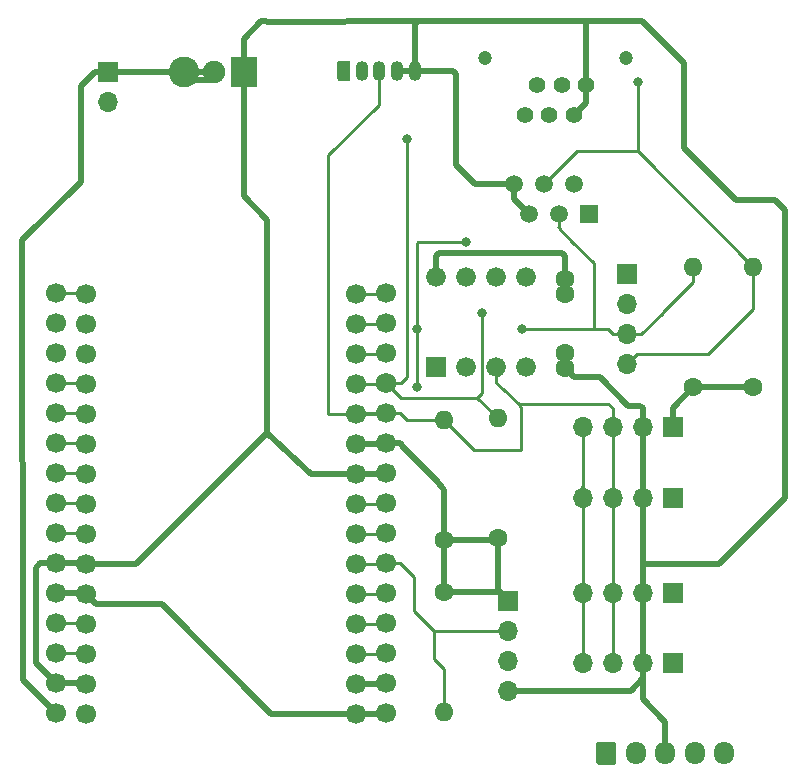
<source format=gbr>
G04 #@! TF.GenerationSoftware,KiCad,Pcbnew,(5.1.5)-3*
G04 #@! TF.CreationDate,2020-09-19T15:15:15+02:00*
G04 #@! TF.ProjectId,Airrohr_pcb,41697272-6f68-4725-9f70-63622e6b6963,rev?*
G04 #@! TF.SameCoordinates,Original*
G04 #@! TF.FileFunction,Copper,L2,Bot*
G04 #@! TF.FilePolarity,Positive*
%FSLAX46Y46*%
G04 Gerber Fmt 4.6, Leading zero omitted, Abs format (unit mm)*
G04 Created by KiCad (PCBNEW (5.1.5)-3) date 2020-09-19 15:15:15*
%MOMM*%
%LPD*%
G04 APERTURE LIST*
%ADD10C,1.400000*%
%ADD11C,1.200000*%
%ADD12R,1.520000X1.520000*%
%ADD13C,1.520000*%
%ADD14O,1.600000X1.600000*%
%ADD15C,1.600000*%
%ADD16R,1.000000X0.500000*%
%ADD17C,1.900000*%
%ADD18R,2.200000X2.600000*%
%ADD19C,2.600000*%
%ADD20O,1.700000X1.700000*%
%ADD21R,1.700000X1.700000*%
%ADD22R,1.676400X1.676400*%
%ADD23C,1.676400*%
%ADD24O,1.700000X1.950000*%
%ADD25C,0.100000*%
%ADD26C,1.700000*%
%ADD27C,1.740000*%
%ADD28O,1.100000X1.700000*%
%ADD29C,0.800000*%
%ADD30C,0.250000*%
%ADD31C,0.500000*%
G04 APERTURE END LIST*
D10*
X185448100Y-26757760D03*
X186468100Y-24217760D03*
X187488100Y-26757760D03*
X188508100Y-24217760D03*
X189528100Y-26757760D03*
X190548100Y-24217760D03*
D11*
X193998100Y-21917760D03*
X181998100Y-21917760D03*
D12*
X190792100Y-35144720D03*
D13*
X189522100Y-32604720D03*
X188252100Y-35144720D03*
X186982100Y-32604720D03*
X185712100Y-35144720D03*
X184442100Y-32604720D03*
D14*
X204741020Y-39583360D03*
D15*
X204741020Y-49743360D03*
D16*
X157834800Y-23088600D03*
D17*
X159054800Y-23088600D03*
D18*
X161594800Y-23088600D03*
D19*
X156514800Y-23088600D03*
D20*
X194061080Y-47857260D03*
X194061080Y-45317260D03*
X194061080Y-42777260D03*
D21*
X194061080Y-40237260D03*
D22*
X177906680Y-48084740D03*
D23*
X180446680Y-48084740D03*
X182986680Y-48084740D03*
X185526680Y-48084740D03*
X185526680Y-40464740D03*
X182986680Y-40464740D03*
X180446680Y-40464740D03*
X177906680Y-40464740D03*
D20*
X190285000Y-59168400D03*
X192825000Y-59168400D03*
X195365000Y-59168400D03*
D21*
X197905000Y-59168400D03*
D20*
X190285000Y-53168400D03*
X192825000Y-53168400D03*
X195365000Y-53168400D03*
D21*
X197905000Y-53168400D03*
D15*
X188803280Y-46867140D03*
X188803280Y-41867140D03*
X188803280Y-40617140D03*
X188803280Y-48117140D03*
D24*
X202278000Y-80772000D03*
X199778000Y-80772000D03*
X197278000Y-80772000D03*
X194778000Y-80772000D03*
G04 #@! TA.AperFunction,ComponentPad*
D25*
G36*
X192902504Y-79798204D02*
G01*
X192926773Y-79801804D01*
X192950571Y-79807765D01*
X192973671Y-79816030D01*
X192995849Y-79826520D01*
X193016893Y-79839133D01*
X193036598Y-79853747D01*
X193054777Y-79870223D01*
X193071253Y-79888402D01*
X193085867Y-79908107D01*
X193098480Y-79929151D01*
X193108970Y-79951329D01*
X193117235Y-79974429D01*
X193123196Y-79998227D01*
X193126796Y-80022496D01*
X193128000Y-80047000D01*
X193128000Y-81497000D01*
X193126796Y-81521504D01*
X193123196Y-81545773D01*
X193117235Y-81569571D01*
X193108970Y-81592671D01*
X193098480Y-81614849D01*
X193085867Y-81635893D01*
X193071253Y-81655598D01*
X193054777Y-81673777D01*
X193036598Y-81690253D01*
X193016893Y-81704867D01*
X192995849Y-81717480D01*
X192973671Y-81727970D01*
X192950571Y-81736235D01*
X192926773Y-81742196D01*
X192902504Y-81745796D01*
X192878000Y-81747000D01*
X191678000Y-81747000D01*
X191653496Y-81745796D01*
X191629227Y-81742196D01*
X191605429Y-81736235D01*
X191582329Y-81727970D01*
X191560151Y-81717480D01*
X191539107Y-81704867D01*
X191519402Y-81690253D01*
X191501223Y-81673777D01*
X191484747Y-81655598D01*
X191470133Y-81635893D01*
X191457520Y-81614849D01*
X191447030Y-81592671D01*
X191438765Y-81569571D01*
X191432804Y-81545773D01*
X191429204Y-81521504D01*
X191428000Y-81497000D01*
X191428000Y-80047000D01*
X191429204Y-80022496D01*
X191432804Y-79998227D01*
X191438765Y-79974429D01*
X191447030Y-79951329D01*
X191457520Y-79929151D01*
X191470133Y-79908107D01*
X191484747Y-79888402D01*
X191501223Y-79870223D01*
X191519402Y-79853747D01*
X191539107Y-79839133D01*
X191560151Y-79826520D01*
X191582329Y-79816030D01*
X191605429Y-79807765D01*
X191629227Y-79801804D01*
X191653496Y-79798204D01*
X191678000Y-79797000D01*
X192878000Y-79797000D01*
X192902504Y-79798204D01*
G37*
G04 #@! TD.AperFunction*
D26*
X171138600Y-44399200D03*
X171138600Y-49479200D03*
X171138600Y-46939200D03*
X171138600Y-67259200D03*
X171138600Y-64719200D03*
X171138600Y-59639200D03*
X171138600Y-62179200D03*
X171138600Y-77419200D03*
X171138600Y-57099200D03*
X171138600Y-52019200D03*
X171138600Y-54559200D03*
X171138600Y-69799200D03*
X171138600Y-74879200D03*
X171138600Y-72339200D03*
X171138600Y-41859200D03*
X148278600Y-77419200D03*
X148278600Y-74879200D03*
X148278600Y-72339200D03*
X148278600Y-69799200D03*
X148278600Y-67259200D03*
X148278600Y-64719200D03*
X148278600Y-62179200D03*
X148278600Y-59639200D03*
X148278600Y-57099200D03*
X148278600Y-54559200D03*
X148278600Y-52019200D03*
X148278600Y-49479200D03*
X148278600Y-46939200D03*
X148278600Y-44399200D03*
X148278600Y-41859200D03*
X173653200Y-41833800D03*
X173653200Y-44373800D03*
X173653200Y-46913800D03*
D27*
X173653200Y-49453800D03*
D26*
X173653200Y-51993800D03*
X173653200Y-54533800D03*
X173653200Y-57073800D03*
X173653200Y-59613800D03*
X173653200Y-62153800D03*
X173653200Y-64693800D03*
X173653200Y-67233800D03*
X173653200Y-69773800D03*
X173653200Y-72313800D03*
X173653200Y-74853800D03*
X173653200Y-77393800D03*
X145713200Y-77393800D03*
X145713200Y-74853800D03*
X145713200Y-72313800D03*
X145713200Y-69773800D03*
X145713200Y-67233800D03*
X145713200Y-64693800D03*
X145713200Y-62153800D03*
X145713200Y-59613800D03*
X145713200Y-57073800D03*
X145713200Y-54533800D03*
X145713200Y-51993800D03*
X145713200Y-49453800D03*
X145713200Y-46913800D03*
X145713200Y-44373800D03*
X145713200Y-41833800D03*
D20*
X190285000Y-73168400D03*
X192825000Y-73168400D03*
X195365000Y-73168400D03*
D21*
X197905000Y-73168400D03*
D20*
X190285000Y-67168400D03*
X192825000Y-67168400D03*
X195365000Y-67168400D03*
D21*
X197905000Y-67168400D03*
D28*
X176085000Y-22987000D03*
X174585000Y-22987000D03*
X173085000Y-22987000D03*
X171585000Y-22987000D03*
G04 #@! TA.AperFunction,ComponentPad*
D25*
G36*
X170489149Y-22137779D02*
G01*
X170504846Y-22140107D01*
X170520239Y-22143963D01*
X170535180Y-22149309D01*
X170549525Y-22156093D01*
X170563136Y-22164251D01*
X170575881Y-22173704D01*
X170587639Y-22184361D01*
X170598296Y-22196119D01*
X170607749Y-22208864D01*
X170615907Y-22222475D01*
X170622691Y-22236820D01*
X170628037Y-22251761D01*
X170631893Y-22267154D01*
X170634221Y-22282851D01*
X170635000Y-22298700D01*
X170635000Y-23675300D01*
X170634221Y-23691149D01*
X170631893Y-23706846D01*
X170628037Y-23722239D01*
X170622691Y-23737180D01*
X170615907Y-23751525D01*
X170607749Y-23765136D01*
X170598296Y-23777881D01*
X170587639Y-23789639D01*
X170575881Y-23800296D01*
X170563136Y-23809749D01*
X170549525Y-23817907D01*
X170535180Y-23824691D01*
X170520239Y-23830037D01*
X170504846Y-23833893D01*
X170489149Y-23836221D01*
X170473300Y-23837000D01*
X169696700Y-23837000D01*
X169680851Y-23836221D01*
X169665154Y-23833893D01*
X169649761Y-23830037D01*
X169634820Y-23824691D01*
X169620475Y-23817907D01*
X169606864Y-23809749D01*
X169594119Y-23800296D01*
X169582361Y-23789639D01*
X169571704Y-23777881D01*
X169562251Y-23765136D01*
X169554093Y-23751525D01*
X169547309Y-23737180D01*
X169541963Y-23722239D01*
X169538107Y-23706846D01*
X169535779Y-23691149D01*
X169535000Y-23675300D01*
X169535000Y-22298700D01*
X169535779Y-22282851D01*
X169538107Y-22267154D01*
X169541963Y-22251761D01*
X169547309Y-22236820D01*
X169554093Y-22222475D01*
X169562251Y-22208864D01*
X169571704Y-22196119D01*
X169582361Y-22184361D01*
X169594119Y-22173704D01*
X169606864Y-22164251D01*
X169620475Y-22156093D01*
X169634820Y-22149309D01*
X169649761Y-22143963D01*
X169665154Y-22140107D01*
X169680851Y-22137779D01*
X169696700Y-22137000D01*
X170473300Y-22137000D01*
X170489149Y-22137779D01*
G37*
G04 #@! TD.AperFunction*
D14*
X199677020Y-39583360D03*
D15*
X199677020Y-49743360D03*
D14*
X178516280Y-52537360D03*
D15*
X178516280Y-62697360D03*
D14*
X183088280Y-52410360D03*
D15*
X183088280Y-62570360D03*
D14*
X178574700Y-77287120D03*
D15*
X178574700Y-67127120D03*
D20*
X183984900Y-75483720D03*
X183984900Y-72943720D03*
X183984900Y-70403720D03*
D21*
X183984900Y-67863720D03*
D20*
X150114000Y-25603200D03*
D21*
X150114000Y-23063200D03*
D29*
X181742080Y-43487340D03*
X175427640Y-28788360D03*
X176273460Y-44833540D03*
X176273460Y-49771300D03*
X180431440Y-37510720D03*
X194980560Y-23944580D03*
X185173620Y-44866560D03*
D30*
X173627800Y-41859200D02*
X173653200Y-41833800D01*
X171138600Y-41859200D02*
X173627800Y-41859200D01*
X173627800Y-59639200D02*
X173653200Y-59613800D01*
X171138600Y-59639200D02*
X173627800Y-59639200D01*
X173627800Y-62179200D02*
X173653200Y-62153800D01*
X171138600Y-62179200D02*
X173627800Y-62179200D01*
X171138600Y-67259200D02*
X174161200Y-67259200D01*
X174135800Y-67233800D02*
X173653200Y-67233800D01*
X174161200Y-67259200D02*
X174135800Y-67233800D01*
X173627800Y-69799200D02*
X173653200Y-69773800D01*
X171138600Y-69799200D02*
X173627800Y-69799200D01*
X173627800Y-72339200D02*
X173653200Y-72313800D01*
X171138600Y-72339200D02*
X173627800Y-72339200D01*
X148253200Y-72313800D02*
X148278600Y-72339200D01*
X145713200Y-72313800D02*
X148253200Y-72313800D01*
X148253200Y-69773800D02*
X148278600Y-69799200D01*
X145713200Y-69773800D02*
X148253200Y-69773800D01*
X148253200Y-62153800D02*
X148278600Y-62179200D01*
X145713200Y-62153800D02*
X148253200Y-62153800D01*
X148253200Y-59613800D02*
X148278600Y-59639200D01*
X145713200Y-59613800D02*
X148253200Y-59613800D01*
X148253200Y-57073800D02*
X148278600Y-57099200D01*
X145713200Y-57073800D02*
X148253200Y-57073800D01*
X148253200Y-54533800D02*
X148278600Y-54559200D01*
X145713200Y-54533800D02*
X148253200Y-54533800D01*
X148253200Y-51993800D02*
X148278600Y-52019200D01*
X145713200Y-51993800D02*
X148253200Y-51993800D01*
X148253200Y-49453800D02*
X148278600Y-49479200D01*
X145713200Y-49453800D02*
X148253200Y-49453800D01*
X148253200Y-41833800D02*
X148278600Y-41859200D01*
X145713200Y-41833800D02*
X148253200Y-41833800D01*
X173627800Y-57099200D02*
X173653200Y-57073800D01*
D31*
X171138600Y-57099200D02*
X173627800Y-57099200D01*
D30*
X170986200Y-57099200D02*
X171138600Y-57099200D01*
D31*
X171138600Y-57099200D02*
X167277800Y-57099200D01*
X148253200Y-64693800D02*
X148278600Y-64719200D01*
X145713200Y-64693800D02*
X148253200Y-64693800D01*
X148253200Y-74853800D02*
X148278600Y-74879200D01*
X145713200Y-74853800D02*
X148253200Y-74853800D01*
X173627800Y-74879200D02*
X173653200Y-74853800D01*
X171138600Y-74879200D02*
X173627800Y-74879200D01*
X144392400Y-64693800D02*
X145713200Y-64693800D01*
X144011400Y-65074800D02*
X144392400Y-64693800D01*
X145713200Y-74853800D02*
X144011400Y-73152000D01*
X144011400Y-73152000D02*
X144011400Y-65074800D01*
X148278600Y-64719200D02*
X152495000Y-64719200D01*
X152495000Y-64719200D02*
X163594800Y-53619400D01*
X167277800Y-57099200D02*
X163594800Y-53619400D01*
X195365000Y-53168400D02*
X195365000Y-59168400D01*
X195365000Y-67168400D02*
X195365000Y-73168400D01*
X174585000Y-22987000D02*
X176085000Y-22987000D01*
X176085000Y-19113000D02*
X176085000Y-22987000D01*
X176386000Y-18812000D02*
X176085000Y-19113000D01*
X179614320Y-23251920D02*
X179614320Y-31004000D01*
X181215040Y-32604720D02*
X184442100Y-32604720D01*
X179614320Y-31004000D02*
X181215040Y-32604720D01*
X184442100Y-33874720D02*
X185712100Y-35144720D01*
X184442100Y-32604720D02*
X184442100Y-33874720D01*
X163071400Y-18812000D02*
X163997640Y-18826480D01*
X163997640Y-18826480D02*
X176386000Y-18812000D01*
X161594800Y-21288600D02*
X161589720Y-21283520D01*
X161594800Y-23088600D02*
X161594800Y-21288600D01*
X161589720Y-20293680D02*
X163071400Y-18812000D01*
X161589720Y-21283520D02*
X161589720Y-20293680D01*
X197278000Y-80772000D02*
X197278000Y-78118980D01*
X197278000Y-78118980D02*
X195365000Y-76205980D01*
X194376040Y-75483720D02*
X195437760Y-74422000D01*
X183984900Y-75483720D02*
X194376040Y-75483720D01*
X195437760Y-74422000D02*
X195365000Y-73168400D01*
X195365000Y-76205980D02*
X195365000Y-73168400D01*
X179349400Y-22987000D02*
X176085000Y-22987000D01*
X179614320Y-23251920D02*
X179349400Y-22987000D01*
X189603279Y-48917139D02*
X191723559Y-48917139D01*
X188803280Y-48117140D02*
X189603279Y-48917139D01*
X191723559Y-48917139D02*
X194149980Y-51343560D01*
X194149980Y-51343560D02*
X195171060Y-51343560D01*
X195365000Y-51537500D02*
X195365000Y-53168400D01*
X195171060Y-51343560D02*
X195365000Y-51537500D01*
X163594800Y-53416200D02*
X163594800Y-53619400D01*
X163594800Y-35610800D02*
X163594800Y-53416200D01*
X161594800Y-23088600D02*
X161594800Y-33610800D01*
X161594800Y-33610800D02*
X163594800Y-35610800D01*
X201864860Y-64718300D02*
X195365000Y-64718300D01*
X207413860Y-59169300D02*
X201864860Y-64718300D01*
X207413860Y-40055800D02*
X207413860Y-59169300D01*
X195365000Y-59168400D02*
X195365000Y-64718300D01*
X195365000Y-64718300D02*
X195365000Y-67168400D01*
X198836280Y-29509720D02*
X198836280Y-22354540D01*
X201415800Y-32089240D02*
X198836280Y-29509720D01*
X207413860Y-34787840D02*
X206555340Y-33929320D01*
X206555340Y-33929320D02*
X203266040Y-33929320D01*
X203266040Y-33929320D02*
X201425960Y-32089240D01*
X198836280Y-22354540D02*
X195293740Y-18812000D01*
X207413860Y-40032940D02*
X207413860Y-34787840D01*
X201425960Y-32089240D02*
X201415800Y-32089240D01*
X190548100Y-25737760D02*
X189528100Y-26757760D01*
X190548100Y-24217760D02*
X190548100Y-25737760D01*
X190555880Y-23220031D02*
X190555880Y-18801080D01*
X190548100Y-23227811D02*
X190555880Y-23220031D01*
X190548100Y-24217760D02*
X190548100Y-23227811D01*
X195293740Y-18812000D02*
X190555880Y-18801080D01*
X190555880Y-18801080D02*
X176386000Y-18812000D01*
D30*
X173627800Y-54559200D02*
X173653200Y-54533800D01*
D31*
X171138600Y-54559200D02*
X173627800Y-54559200D01*
X197978000Y-59258200D02*
X197851000Y-59385200D01*
X173627800Y-77419200D02*
X173653200Y-77393800D01*
X171138600Y-77419200D02*
X173627800Y-77419200D01*
X148253200Y-67233800D02*
X148278600Y-67259200D01*
X145713200Y-67233800D02*
X148253200Y-67233800D01*
X149128599Y-68109199D02*
X154640399Y-68109199D01*
X148278600Y-67259200D02*
X149128599Y-68109199D01*
X163950400Y-77419200D02*
X171138600Y-77419200D01*
X154640399Y-68109199D02*
X163950400Y-77419200D01*
X182961280Y-62697360D02*
X183088280Y-62570360D01*
X178516280Y-62697360D02*
X182961280Y-62697360D01*
X178574700Y-67127120D02*
X178523900Y-67076320D01*
X188549280Y-38458140D02*
X178109880Y-38458140D01*
X188803280Y-40617140D02*
X188803280Y-38712140D01*
X177906680Y-38661340D02*
X177906680Y-40464740D01*
X178109880Y-38458140D02*
X177906680Y-38661340D01*
X188803280Y-38712140D02*
X188549280Y-38458140D01*
D30*
X187718700Y-38525842D02*
X187731400Y-38538542D01*
D31*
X178516280Y-67068700D02*
X178574700Y-67127120D01*
X178516280Y-62697360D02*
X178516280Y-67068700D01*
X183088280Y-66967100D02*
X183984900Y-67863720D01*
X183088280Y-62570360D02*
X183088280Y-66967100D01*
X183248300Y-67127120D02*
X183984900Y-67863720D01*
X178574700Y-67127120D02*
X183248300Y-67127120D01*
X178516280Y-62697360D02*
X178516280Y-58453020D01*
X174855281Y-54533800D02*
X174989901Y-54668420D01*
X173653200Y-54533800D02*
X174855281Y-54533800D01*
X174989901Y-54738681D02*
X177954940Y-57703720D01*
X174989901Y-54668420D02*
X174989901Y-54738681D01*
X178516280Y-58453020D02*
X177954940Y-57703720D01*
X197905000Y-51515380D02*
X199677020Y-49743360D01*
X197905000Y-53168400D02*
X197905000Y-51515380D01*
X200808390Y-49743360D02*
X204741020Y-49743360D01*
X199677020Y-49743360D02*
X200808390Y-49743360D01*
D30*
X150139400Y-23088600D02*
X150114000Y-23063200D01*
D31*
X156514800Y-23088600D02*
X150139400Y-23088600D01*
X149014000Y-23063200D02*
X147802600Y-24274600D01*
X150114000Y-23063200D02*
X149014000Y-23063200D01*
X147802600Y-24274600D02*
X147802600Y-32378400D01*
X142893800Y-74574400D02*
X145713200Y-77393800D01*
X142843000Y-37338000D02*
X142893800Y-74574400D01*
X147802600Y-32378400D02*
X142843000Y-37338000D01*
X159054800Y-23428602D02*
X159054800Y-23088600D01*
X156974799Y-23788601D02*
X158694801Y-23788601D01*
X156514800Y-23328602D02*
X156974799Y-23788601D01*
X158694801Y-23788601D02*
X159054800Y-23428602D01*
X156514800Y-23088600D02*
X156514800Y-23328602D01*
D30*
X173627800Y-44399200D02*
X173653200Y-44373800D01*
X171138600Y-44399200D02*
X173627800Y-44399200D01*
X173627800Y-46939200D02*
X173653200Y-46913800D01*
X171138600Y-46939200D02*
X173627800Y-46939200D01*
X200449200Y-81049400D02*
X200449200Y-80924400D01*
X148431000Y-77419200D02*
X148278600Y-77419200D01*
X173627800Y-64719200D02*
X173653200Y-64693800D01*
X171138600Y-64719200D02*
X173627800Y-64719200D01*
X178574700Y-73654920D02*
X178574700Y-77287120D01*
X183984900Y-70403720D02*
X181521100Y-70403720D01*
X174855281Y-64693800D02*
X176055020Y-65893539D01*
X173653200Y-64693800D02*
X174855281Y-64693800D01*
X176055020Y-65893539D02*
X176055020Y-68755260D01*
X177703480Y-70403720D02*
X181521100Y-70403720D01*
X176055020Y-68755260D02*
X177703480Y-70403720D01*
X177703480Y-72783700D02*
X178574700Y-73654920D01*
X177703480Y-70403720D02*
X177703480Y-72783700D01*
X173627800Y-49479200D02*
X173653200Y-49453800D01*
X171138600Y-49479200D02*
X173627800Y-49479200D01*
X190231000Y-59385200D02*
X190231000Y-58183119D01*
X190285000Y-54370481D02*
X190285000Y-59168400D01*
X190285000Y-53168400D02*
X190285000Y-54370481D01*
X190285000Y-60370481D02*
X190285000Y-67168400D01*
X190285000Y-59168400D02*
X190285000Y-60370481D01*
X190285000Y-68370481D02*
X190285000Y-73168400D01*
X190285000Y-67168400D02*
X190285000Y-68370481D01*
X173653200Y-49453800D02*
X174885100Y-50685700D01*
X174885100Y-50685700D02*
X181363620Y-50685700D01*
X181742080Y-43487340D02*
X181742080Y-44053025D01*
X181363620Y-50685700D02*
X183088280Y-52410360D01*
X181744620Y-50304700D02*
X181363620Y-50685700D01*
X181744620Y-44155360D02*
X181744620Y-50304700D01*
X174883565Y-49453800D02*
X173653200Y-49453800D01*
X175427640Y-48909725D02*
X174883565Y-49453800D01*
X175427640Y-28788360D02*
X175427640Y-48909725D01*
X173627800Y-52019200D02*
X173653200Y-51993800D01*
X171138600Y-52019200D02*
X173627800Y-52019200D01*
X171653200Y-51993800D02*
X174447200Y-51993800D01*
D31*
X178516280Y-52537360D02*
X178541680Y-52511960D01*
D30*
X178516280Y-52537360D02*
X181107080Y-55128160D01*
X181107080Y-55128160D02*
X185094880Y-55128160D01*
X182422800Y-47955200D02*
X183235600Y-48768000D01*
X185094880Y-51521360D02*
X185094880Y-51495960D01*
X185094880Y-55128160D02*
X185094880Y-51521360D01*
X192825000Y-54370481D02*
X192825000Y-59168400D01*
X192825000Y-53168400D02*
X192825000Y-54370481D01*
X192825000Y-60370481D02*
X192825000Y-67168400D01*
X192825000Y-59168400D02*
X192825000Y-60370481D01*
X192825000Y-67168400D02*
X192825000Y-73168400D01*
X185094880Y-55128160D02*
X185094880Y-55128160D01*
X175398841Y-52537360D02*
X178516280Y-52537360D01*
X173653200Y-51993800D02*
X174855281Y-51993800D01*
X174855281Y-51993800D02*
X175398841Y-52537360D01*
X192825000Y-53168400D02*
X192825000Y-51575600D01*
X192463420Y-51214020D02*
X184909460Y-51214020D01*
X192825000Y-51575600D02*
X192463420Y-51214020D01*
X183512460Y-49938940D02*
X184909460Y-51214020D01*
X184909460Y-51214020D02*
X185094880Y-51521360D01*
X182986680Y-49413160D02*
X182986680Y-48084740D01*
X183512460Y-49938940D02*
X182986680Y-49413160D01*
X168775380Y-30159960D02*
X173085000Y-25850340D01*
X171138600Y-52019200D02*
X168775380Y-52019200D01*
X173085000Y-25850340D02*
X173085000Y-22987000D01*
X168775380Y-52019200D02*
X168775380Y-30159960D01*
X204741020Y-43157140D02*
X204741020Y-39583360D01*
X200890899Y-47007261D02*
X204741020Y-43157140D01*
X194061080Y-47857260D02*
X194911079Y-47007261D01*
X194911079Y-47007261D02*
X200890899Y-47007261D01*
X176268380Y-49776380D02*
X176268380Y-49839880D01*
X176273460Y-49771300D02*
X176273460Y-49771300D01*
X176273460Y-44833540D02*
X176268380Y-49839880D01*
X176273460Y-49771300D02*
X176268380Y-49776380D01*
X176273460Y-37612320D02*
X176273460Y-44833540D01*
X176383950Y-37501830D02*
X176273460Y-37612320D01*
X195312540Y-30154880D02*
X204741020Y-39583360D01*
X176392840Y-37510720D02*
X180431440Y-37510720D01*
X176383950Y-37501830D02*
X176392840Y-37510720D01*
X194980560Y-29822900D02*
X194980560Y-23944580D01*
X195312540Y-30154880D02*
X194980560Y-29822900D01*
X189795160Y-29791660D02*
X186982100Y-32604720D01*
X194949320Y-29791660D02*
X194980560Y-29822900D01*
X189795160Y-29791660D02*
X194949320Y-29791660D01*
X192858999Y-45317260D02*
X192408299Y-44866560D01*
X194061080Y-45317260D02*
X192858999Y-45317260D01*
X187845700Y-44866560D02*
X185173620Y-44866560D01*
X192408299Y-44866560D02*
X191244220Y-44866560D01*
X191244220Y-44866560D02*
X187845700Y-44866560D01*
X195263161Y-45317260D02*
X197086220Y-43494201D01*
X194061080Y-45317260D02*
X195263161Y-45317260D01*
X197086220Y-43494201D02*
X197086220Y-43446700D01*
X199677020Y-40855900D02*
X199677020Y-39583360D01*
X197086220Y-43446700D02*
X199677020Y-40855900D01*
X191244220Y-39283640D02*
X191244220Y-44866560D01*
X188252100Y-36219522D02*
X188216540Y-36255082D01*
X188252100Y-35144720D02*
X188252100Y-36219522D01*
X188252100Y-36327080D02*
X189402720Y-37477700D01*
X188252100Y-36219522D02*
X188252100Y-36327080D01*
X189339220Y-37378640D02*
X189402720Y-37477700D01*
X189402720Y-37477700D02*
X191244220Y-39283640D01*
M02*

</source>
